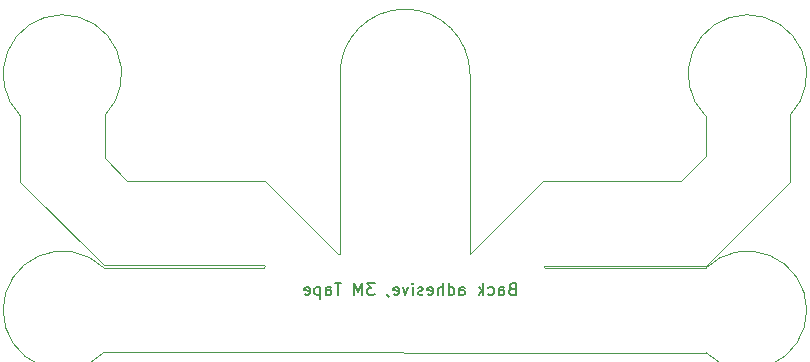
<source format=gbr>
G04 #@! TF.GenerationSoftware,KiCad,Pcbnew,(5.1.10)-1*
G04 #@! TF.CreationDate,2021-08-03T10:16:23+09:00*
G04 #@! TF.ProjectId,electrode_FPCB_rev1.2d,656c6563-7472-46f6-9465-5f465043425f,1.2d*
G04 #@! TF.SameCoordinates,Original*
G04 #@! TF.FileFunction,Glue,Bot*
G04 #@! TF.FilePolarity,Positive*
%FSLAX46Y46*%
G04 Gerber Fmt 4.6, Leading zero omitted, Abs format (unit mm)*
G04 Created by KiCad (PCBNEW (5.1.10)-1) date 2021-08-03 10:16:23*
%MOMM*%
%LPD*%
G01*
G04 APERTURE LIST*
%ADD10C,0.150000*%
%ADD11C,0.100000*%
G04 APERTURE END LIST*
D10*
X105345238Y-53878571D02*
X105202380Y-53926190D01*
X105154761Y-53973809D01*
X105107142Y-54069047D01*
X105107142Y-54211904D01*
X105154761Y-54307142D01*
X105202380Y-54354761D01*
X105297619Y-54402380D01*
X105678571Y-54402380D01*
X105678571Y-53402380D01*
X105345238Y-53402380D01*
X105250000Y-53450000D01*
X105202380Y-53497619D01*
X105154761Y-53592857D01*
X105154761Y-53688095D01*
X105202380Y-53783333D01*
X105250000Y-53830952D01*
X105345238Y-53878571D01*
X105678571Y-53878571D01*
X104250000Y-54402380D02*
X104250000Y-53878571D01*
X104297619Y-53783333D01*
X104392857Y-53735714D01*
X104583333Y-53735714D01*
X104678571Y-53783333D01*
X104250000Y-54354761D02*
X104345238Y-54402380D01*
X104583333Y-54402380D01*
X104678571Y-54354761D01*
X104726190Y-54259523D01*
X104726190Y-54164285D01*
X104678571Y-54069047D01*
X104583333Y-54021428D01*
X104345238Y-54021428D01*
X104250000Y-53973809D01*
X103345238Y-54354761D02*
X103440476Y-54402380D01*
X103630952Y-54402380D01*
X103726190Y-54354761D01*
X103773809Y-54307142D01*
X103821428Y-54211904D01*
X103821428Y-53926190D01*
X103773809Y-53830952D01*
X103726190Y-53783333D01*
X103630952Y-53735714D01*
X103440476Y-53735714D01*
X103345238Y-53783333D01*
X102916666Y-54402380D02*
X102916666Y-53402380D01*
X102821428Y-54021428D02*
X102535714Y-54402380D01*
X102535714Y-53735714D02*
X102916666Y-54116666D01*
X100916666Y-54402380D02*
X100916666Y-53878571D01*
X100964285Y-53783333D01*
X101059523Y-53735714D01*
X101250000Y-53735714D01*
X101345238Y-53783333D01*
X100916666Y-54354761D02*
X101011904Y-54402380D01*
X101250000Y-54402380D01*
X101345238Y-54354761D01*
X101392857Y-54259523D01*
X101392857Y-54164285D01*
X101345238Y-54069047D01*
X101250000Y-54021428D01*
X101011904Y-54021428D01*
X100916666Y-53973809D01*
X100011904Y-54402380D02*
X100011904Y-53402380D01*
X100011904Y-54354761D02*
X100107142Y-54402380D01*
X100297619Y-54402380D01*
X100392857Y-54354761D01*
X100440476Y-54307142D01*
X100488095Y-54211904D01*
X100488095Y-53926190D01*
X100440476Y-53830952D01*
X100392857Y-53783333D01*
X100297619Y-53735714D01*
X100107142Y-53735714D01*
X100011904Y-53783333D01*
X99535714Y-54402380D02*
X99535714Y-53402380D01*
X99107142Y-54402380D02*
X99107142Y-53878571D01*
X99154761Y-53783333D01*
X99250000Y-53735714D01*
X99392857Y-53735714D01*
X99488095Y-53783333D01*
X99535714Y-53830952D01*
X98250000Y-54354761D02*
X98345238Y-54402380D01*
X98535714Y-54402380D01*
X98630952Y-54354761D01*
X98678571Y-54259523D01*
X98678571Y-53878571D01*
X98630952Y-53783333D01*
X98535714Y-53735714D01*
X98345238Y-53735714D01*
X98250000Y-53783333D01*
X98202380Y-53878571D01*
X98202380Y-53973809D01*
X98678571Y-54069047D01*
X97821428Y-54354761D02*
X97726190Y-54402380D01*
X97535714Y-54402380D01*
X97440476Y-54354761D01*
X97392857Y-54259523D01*
X97392857Y-54211904D01*
X97440476Y-54116666D01*
X97535714Y-54069047D01*
X97678571Y-54069047D01*
X97773809Y-54021428D01*
X97821428Y-53926190D01*
X97821428Y-53878571D01*
X97773809Y-53783333D01*
X97678571Y-53735714D01*
X97535714Y-53735714D01*
X97440476Y-53783333D01*
X96964285Y-54402380D02*
X96964285Y-53735714D01*
X96964285Y-53402380D02*
X97011904Y-53450000D01*
X96964285Y-53497619D01*
X96916666Y-53450000D01*
X96964285Y-53402380D01*
X96964285Y-53497619D01*
X96583333Y-53735714D02*
X96345238Y-54402380D01*
X96107142Y-53735714D01*
X95345238Y-54354761D02*
X95440476Y-54402380D01*
X95630952Y-54402380D01*
X95726190Y-54354761D01*
X95773809Y-54259523D01*
X95773809Y-53878571D01*
X95726190Y-53783333D01*
X95630952Y-53735714D01*
X95440476Y-53735714D01*
X95345238Y-53783333D01*
X95297619Y-53878571D01*
X95297619Y-53973809D01*
X95773809Y-54069047D01*
X94821428Y-54354761D02*
X94821428Y-54402380D01*
X94869047Y-54497619D01*
X94916666Y-54545238D01*
X93726190Y-53402380D02*
X93107142Y-53402380D01*
X93440476Y-53783333D01*
X93297619Y-53783333D01*
X93202380Y-53830952D01*
X93154761Y-53878571D01*
X93107142Y-53973809D01*
X93107142Y-54211904D01*
X93154761Y-54307142D01*
X93202380Y-54354761D01*
X93297619Y-54402380D01*
X93583333Y-54402380D01*
X93678571Y-54354761D01*
X93726190Y-54307142D01*
X92678571Y-54402380D02*
X92678571Y-53402380D01*
X92345238Y-54116666D01*
X92011904Y-53402380D01*
X92011904Y-54402380D01*
X90916666Y-53402380D02*
X90345238Y-53402380D01*
X90630952Y-54402380D02*
X90630952Y-53402380D01*
X89583333Y-54402380D02*
X89583333Y-53878571D01*
X89630952Y-53783333D01*
X89726190Y-53735714D01*
X89916666Y-53735714D01*
X90011904Y-53783333D01*
X89583333Y-54354761D02*
X89678571Y-54402380D01*
X89916666Y-54402380D01*
X90011904Y-54354761D01*
X90059523Y-54259523D01*
X90059523Y-54164285D01*
X90011904Y-54069047D01*
X89916666Y-54021428D01*
X89678571Y-54021428D01*
X89583333Y-53973809D01*
X89107142Y-53735714D02*
X89107142Y-54735714D01*
X89107142Y-53783333D02*
X89011904Y-53735714D01*
X88821428Y-53735714D01*
X88726190Y-53783333D01*
X88678571Y-53830952D01*
X88630952Y-53926190D01*
X88630952Y-54211904D01*
X88678571Y-54307142D01*
X88726190Y-54354761D01*
X88821428Y-54402380D01*
X89011904Y-54402380D01*
X89107142Y-54354761D01*
X87821428Y-54354761D02*
X87916666Y-54402380D01*
X88107142Y-54402380D01*
X88202380Y-54354761D01*
X88250000Y-54259523D01*
X88250000Y-53878571D01*
X88202380Y-53783333D01*
X88107142Y-53735714D01*
X87916666Y-53735714D01*
X87821428Y-53783333D01*
X87773809Y-53878571D01*
X87773809Y-53973809D01*
X88250000Y-54069047D01*
D11*
X102050000Y-59299999D02*
X90500000Y-59250351D01*
X108150000Y-52150000D02*
G75*
G02*
X108150000Y-51950000I0J100000D01*
G01*
X121749219Y-52150078D02*
G75*
G02*
X121800001Y-59299999I3550781J-3549922D01*
G01*
X121749649Y-42650000D02*
X121749649Y-39250351D01*
X119650000Y-44750000D02*
X108025000Y-44750000D01*
X101800000Y-50975000D02*
X108025000Y-44750000D01*
X119650000Y-44750000D02*
X121749649Y-42650000D01*
X101800000Y-35700000D02*
X101800000Y-50975000D01*
X128900350Y-44799648D02*
X121750001Y-51949999D01*
X128899999Y-39199999D02*
X128900350Y-44799648D01*
X121750001Y-51949999D02*
X108150000Y-51950000D01*
X121749649Y-52149649D02*
X108149649Y-52149649D01*
X102050000Y-59299999D02*
X121800001Y-59299999D01*
X70850351Y-59250351D02*
X90500000Y-59250351D01*
X90800000Y-50975000D02*
G75*
G02*
X90650000Y-50975000I-75000J0D01*
G01*
X84400000Y-51900000D02*
G75*
G02*
X84400000Y-52100000I0J-100000D01*
G01*
X84425000Y-44750000D02*
X90650000Y-50975000D01*
X90800000Y-35700000D02*
X90800000Y-50975000D01*
X70899999Y-42850000D02*
X72800000Y-44750000D01*
X84425000Y-44750000D02*
X72800000Y-44750000D01*
X70899999Y-39199999D02*
X70899999Y-42850000D01*
X70800000Y-51900000D02*
X84400000Y-51900000D01*
X70800000Y-51900000D02*
X63750000Y-44850000D01*
X63749649Y-39250351D02*
X63750000Y-44850000D01*
X70799999Y-52100001D02*
X84400000Y-52100000D01*
X70850781Y-59249922D02*
G75*
G02*
X70799999Y-52100001I-3550781J3549922D01*
G01*
X90800000Y-35700000D02*
G75*
G02*
X101800000Y-35700000I5500000J0D01*
G01*
X121750078Y-39250781D02*
G75*
G02*
X128899999Y-39199999I3549922J3550781D01*
G01*
X63750078Y-39250781D02*
G75*
G02*
X70899999Y-39199999I3549922J3550781D01*
G01*
M02*

</source>
